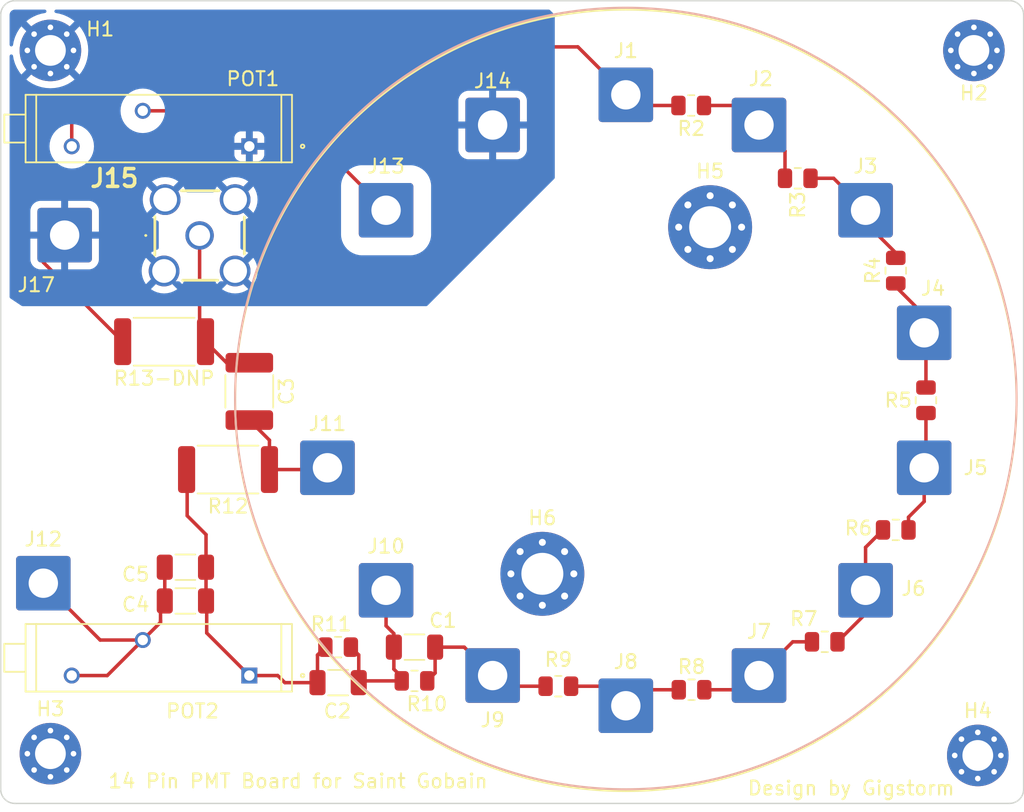
<source format=kicad_pcb>
(kicad_pcb (version 20221018) (generator pcbnew)
  (layers (0 "F.Cu" signal) (31 "B.Cu" signal) (34 "B.Paste" user) (35 "F.Paste" user) (36 "B.SilkS" user "B.Silkscreen") (37 "F.SilkS" user "F.Silkscreen") (38 "B.Mask" user) (39 "F.Mask" user) (44 "Edge.Cuts" user))
  (net 0 "")
  (net 1 "Net-(J10-Pin_1)")
  (net 2 "Net-(J9-Pin_1)")
  (net 3 "Net-(C2-Pad1)")
  (net 4 "Net-(J11-Pin_1)")
  (net 5 "Net-(J1-Pin_1)")
  (net 6 "Net-(J2-Pin_1)")
  (net 7 "Net-(J3-Pin_1)")
  (net 8 "Net-(J4-Pin_1)")
  (net 9 "Net-(J5-Pin_1)")
  (net 10 "Net-(J6-Pin_1)")
  (net 11 "Net-(J7-Pin_1)")
  (net 12 "Net-(J8-Pin_1)")
  (net 13 "GND")
  (net 14 "Net-(C3-Pad1)")
  (net 15 "Net-(J13-Pin_1)")
  (net 18 "Net-(J12-Pin_1)")
  (footprint "3006P-1-202:TRIM_3006P-1-202" (layer "F.Cu") (at 135.636 110.49 180)
    (fp_text reference "POT2" (at -3.556 -3.81) (layer "F.SilkS"))
    (fp_text value "2.0M")
    (fp_line (start -10.67 -2.415) (end -10.67 2.415) (stroke (width 0.127)) (layer "F.SilkS"))
    (fp_line (start -10.67 -2.415) (end -9.91 -2.415) (stroke (width 0.127)) (layer "F.SilkS"))
    (fp_line (start -10.67 2.415) (end -9.91 2.415) (stroke (width 0.127)) (layer "F.SilkS"))
    (fp_line (start -9.91 -2.415) (end -9.91 2.415) (stroke (width 0.127)) (layer "F.SilkS"))
    (fp_line (start -9.91 -2.415) (end 8.38 -2.415) (stroke (width 0.127)) (layer "F.SilkS"))
    (fp_line (start -9.91 2.415) (end 7.62 2.415) (stroke (width 0.127)) (layer "F.SilkS"))
    (fp_line (start 7.62 -2.414) (end 7.62 2.415) (stroke (width 0.127)) (layer "F.SilkS"))
    (fp_line (start 7.62 2.415) (end 8.38 2.415) (stroke (width 0.127)) (layer "F.SilkS"))
    (fp_line (start 8.38 -2.415) (end 8.38 -1) (stroke (width 0.127)) (layer "F.SilkS"))
    (fp_line (start 8.38 -1) (end 8.38 1) (stroke (width 0.127)) (layer "F.SilkS"))
    (fp_line (start 8.38 -1) (end 9.9 -1) (stroke (width 0.127)) (layer "F.SilkS"))
    (fp_line (start 8.38 1) (end 8.38 2.415) (stroke (width 0.127)) (layer "F.SilkS"))
    (fp_line (start 9.9 -1) (end 9.9 1) (stroke (width 0.127)) (layer "F.SilkS"))
    (fp_line (start 9.9 1) (end 8.38 1) (stroke (width 0.127)) (layer "F.SilkS"))
    (fp_circle (center -11.43 -1.27) (end -11.366756 -1.27) (stroke (width 0.127)) (fill none) (layer "F.SilkS"))
    (pad "1" thru_hole rect (at -7.62 -1.27 180) (size 1.14 1.14) (drill 0.74) (layers "*.Cu" "*.Mask") (net 3 "Net-(C2-Pad1)"))
    (pad "2" thru_hole circle (at 0 1.27 180) (size 1.14 1.14) (drill 0.74) (layers "*.Cu" "*.Mask") (net 18 "Net-(J12-Pin_1)"))
    (pad "3" thru_hole circle (at 5.08 -1.27 180) (size 1.14 1.14) (drill 0.74) (layers "*.Cu" "*.Mask") (net 18 "Net-(J12-Pin_1)"))
  )
  (footprint "Resistor_SMD:R_0805_2012Metric" (layer "F.Cu") (at 189.484 101.346)
    (fp_text reference "R6" (at -2.667 -0.127) (layer "F.SilkS"))
    (fp_text value "510K")
    (fp_line (start -0.227064 -0.735) (end 0.227064 -0.735) (stroke (width 0.12)) (layer "F.SilkS"))
    (fp_line (start -0.227064 0.735) (end 0.227064 0.735) (stroke (width 0.12)) (layer "F.SilkS"))
    (pad "1" smd roundrect (at -0.9125 0) (size 1.025 1.4) (layers "F.Cu" "F.Paste" "F.Mask") (roundrect_rratio 0.243902439) (net 10 "Net-(J6-Pin_1)"))
    (pad "2" smd roundrect (at 0.9125 0) (size 1.025 1.4) (layers "F.Cu" "F.Paste" "F.Mask") (roundrect_rratio 0.243902439) (net 9 "Net-(J5-Pin_1)"))
  )
  (footprint "Capacitor_SMD:C_1206_3216Metric" (layer "F.Cu") (at 138.684 104.013)
    (fp_text reference "C5" (at -3.556 0.508) (layer "F.SilkS"))
    (fp_text value ".033 uF 500v")
    (fp_line (start -0.711252 -0.91) (end 0.711252 -0.91) (stroke (width 0.12)) (layer "F.SilkS"))
    (fp_line (start -0.711252 0.91) (end 0.711252 0.91) (stroke (width 0.12)) (layer "F.SilkS"))
    (pad "1" smd roundrect (at -1.475 0) (size 1.15 1.8) (layers "F.Cu" "F.Paste" "F.Mask") (roundrect_rratio 0.2173913043) (net 18 "Net-(J12-Pin_1)"))
    (pad "2" smd roundrect (at 1.475 0) (size 1.15 1.8) (layers "F.Cu" "F.Paste" "F.Mask") (roundrect_rratio 0.2173913043) (net 3 "Net-(C2-Pad1)"))
  )
  (footprint "Connector_Wire:SolderWire-1.5sqmm_1x01_D1.7mm_OD3.9mm" (layer "F.Cu") (at 130.048 80.264)
    (fp_text reference "J17" (at -2.032 3.556) (layer "F.SilkS"))
    (fp_text value "GND")
    (pad "1" thru_hole roundrect (at 0 0) (size 3.9 3.9) (drill 2.1) (layers "*.Cu" "*.Mask") (roundrect_rratio 0.06410307692) (net 13 "GND"))
  )
  (footprint "Connector_Wire:SolderWire-1.5sqmm_1x01_D1.7mm_OD3.9mm" (layer "F.Cu") (at 160.655 72.39)
    (fp_text reference "J14" (at 0 -3.15) (layer "F.SilkS"))
    (fp_text value "Cathode")
    (pad "1" thru_hole roundrect (at 0 0) (size 3.9 3.9) (drill 2.1) (layers "*.Cu" "*.Mask") (roundrect_rratio 0.06410307692) (net 13 "GND"))
  )
  (footprint "MountingHole:MountingHole_2.2mm_M2_Pad_Via" (layer "F.Cu") (at 129.032 117.348)
    (fp_text reference "H3" (at 0 -3.2) (layer "F.SilkS"))
    (fp_text value "MNT3")
    (pad "1" thru_hole circle (at -1.65 0) (size 0.7 0.7) (drill 0.4) (layers "*.Cu" "*.Mask"))
    (pad "1" thru_hole circle (at -1.166726 -1.166726) (size 0.7 0.7) (drill 0.4) (layers "*.Cu" "*.Mask"))
    (pad "1" thru_hole circle (at -1.166726 1.166726) (size 0.7 0.7) (drill 0.4) (layers "*.Cu" "*.Mask"))
    (pad "1" thru_hole circle (at 0 -1.65) (size 0.7 0.7) (drill 0.4) (layers "*.Cu" "*.Mask"))
    (pad "1" thru_hole circle (at 0 0) (size 4.4 4.4) (drill 2.2) (layers "*.Cu" "*.Mask"))
    (pad "1" thru_hole circle (at 0 1.65) (size 0.7 0.7) (drill 0.4) (layers "*.Cu" "*.Mask"))
    (pad "1" thru_hole circle (at 1.166726 -1.166726) (size 0.7 0.7) (drill 0.4) (layers "*.Cu" "*.Mask"))
    (pad "1" thru_hole circle (at 1.166726 1.166726) (size 0.7 0.7) (drill 0.4) (layers "*.Cu" "*.Mask"))
    (pad "1" thru_hole circle (at 1.65 0) (size 0.7 0.7) (drill 0.4) (layers "*.Cu" "*.Mask"))
  )
  (footprint "Capacitor_SMD:C_1206_3216Metric" (layer "F.Cu") (at 138.684 106.426)
    (fp_text reference "C4" (at -3.556 0.254) (layer "F.SilkS"))
    (fp_text value ".022 uF 500v")
    (fp_line (start -0.711252 -0.91) (end 0.711252 -0.91) (stroke (width 0.12)) (layer "F.SilkS"))
    (fp_line (start -0.711252 0.91) (end 0.711252 0.91) (stroke (width 0.12)) (layer "F.SilkS"))
    (pad "1" smd roundrect (at -1.475 0) (size 1.15 1.8) (layers "F.Cu" "F.Paste" "F.Mask") (roundrect_rratio 0.2173913043) (net 18 "Net-(J12-Pin_1)"))
    (pad "2" smd roundrect (at 1.475 0) (size 1.15 1.8) (layers "F.Cu" "F.Paste" "F.Mask") (roundrect_rratio 0.2173913043) (net 3 "Net-(C2-Pad1)"))
  )
  (footprint "Resistor_SMD:R_0805_2012Metric" (layer "F.Cu") (at 191.643 92.075 90)
    (fp_text reference "R5" (at 0 -1.98025) (layer "F.SilkS"))
    (fp_text value "510K")
    (fp_line (start -0.227064 -0.735) (end 0.227064 -0.735) (stroke (width 0.12)) (layer "F.SilkS"))
    (fp_line (start -0.227064 0.735) (end 0.227064 0.735) (stroke (width 0.12)) (layer "F.SilkS"))
    (pad "1" smd roundrect (at -0.9125 0 90) (size 1.025 1.4) (layers "F.Cu" "F.Paste" "F.Mask") (roundrect_rratio 0.243902439) (net 9 "Net-(J5-Pin_1)"))
    (pad "2" smd roundrect (at 0.9125 0 90) (size 1.025 1.4) (layers "F.Cu" "F.Paste" "F.Mask") (roundrect_rratio 0.243902439) (net 8 "Net-(J4-Pin_1)"))
  )
  (footprint "Connector_Wire:SolderWire-1.5sqmm_1x01_D1.7mm_OD3.9mm" (layer "F.Cu") (at 160.655 111.76)
    (fp_text reference "J9" (at 0 3.175) (layer "F.SilkS"))
    (fp_text value "Dynode 9")
    (pad "1" thru_hole roundrect (at 0 0) (size 3.9 3.9) (drill 2.1) (layers "*.Cu" "*.Mask") (roundrect_rratio 0.06410307692) (net 2 "Net-(J9-Pin_1)"))
  )
  (footprint "MountingHole:MountingHole_2.2mm_M2_Pad_Via" (layer "F.Cu") (at 195.072 67.056)
    (fp_text reference "H2" (at 0 3.048) (layer "F.SilkS"))
    (fp_text value "MNT2")
    (pad "1" thru_hole circle (at -1.65 0) (size 0.7 0.7) (drill 0.4) (layers "*.Cu" "*.Mask"))
    (pad "1" thru_hole circle (at -1.166726 -1.166726) (size 0.7 0.7) (drill 0.4) (layers "*.Cu" "*.Mask"))
    (pad "1" thru_hole circle (at -1.166726 1.166726) (size 0.7 0.7) (drill 0.4) (layers "*.Cu" "*.Mask"))
    (pad "1" thru_hole circle (at 0 -1.65) (size 0.7 0.7) (drill 0.4) (layers "*.Cu" "*.Mask"))
    (pad "1" thru_hole circle (at 0 0) (size 4.4 4.4) (drill 2.2) (layers "*.Cu" "*.Mask"))
    (pad "1" thru_hole circle (at 0 1.65) (size 0.7 0.7) (drill 0.4) (layers "*.Cu" "*.Mask"))
    (pad "1" thru_hole circle (at 1.166726 -1.166726) (size 0.7 0.7) (drill 0.4) (layers "*.Cu" "*.Mask"))
    (pad "1" thru_hole circle (at 1.166726 1.166726) (size 0.7 0.7) (drill 0.4) (layers "*.Cu" "*.Mask"))
    (pad "1" thru_hole circle (at 1.65 0) (size 0.7 0.7) (drill 0.4) (layers "*.Cu" "*.Mask"))
  )
  (footprint "Connector_Wire:SolderWire-1.5sqmm_1x01_D1.7mm_OD3.9mm" (layer "F.Cu") (at 128.524 105.156)
    (fp_text reference "J12" (at 0 -3.15) (layer "F.SilkS"))
    (fp_text value "Pin1")
    (pad "1" thru_hole roundrect (at 0 0) (size 3.9 3.9) (drill 2.1) (layers "*.Cu" "*.Mask") (roundrect_rratio 0.06410307692) (net 18 "Net-(J12-Pin_1)"))
  )
  (footprint "MountingHole:MountingHole_3mm_Pad_Via" (layer "F.Cu") (at 164.211 104.485)
    (fp_text reference "H6" (at 0 -4) (layer "F.SilkS"))
    (fp_text value "Socket_2")
    (pad "1" thru_hole circle (at -2.25 0) (size 0.8 0.8) (drill 0.5) (layers "*.Cu" "*.Mask"))
    (pad "1" thru_hole circle (at -1.59099 -1.59099) (size 0.8 0.8) (drill 0.5) (layers "*.Cu" "*.Mask"))
    (pad "1" thru_hole circle (at -1.59099 1.59099) (size 0.8 0.8) (drill 0.5) (layers "*.Cu" "*.Mask"))
    (pad "1" thru_hole circle (at 0 -2.25) (size 0.8 0.8) (drill 0.5) (layers "*.Cu" "*.Mask"))
    (pad "1" thru_hole circle (at 0 0) (size 6 6) (drill 3) (layers "*.Cu" "*.Mask"))
    (pad "1" thru_hole circle (at 0 2.25) (size 0.8 0.8) (drill 0.5) (layers "*.Cu" "*.Mask"))
    (pad "1" thru_hole circle (at 1.59099 -1.59099) (size 0.8 0.8) (drill 0.5) (layers "*.Cu" "*.Mask"))
    (pad "1" thru_hole circle (at 1.59099 1.59099) (size 0.8 0.8) (drill 0.5) (layers "*.Cu" "*.Mask"))
    (pad "1" thru_hole circle (at 2.25 0) (size 0.8 0.8) (drill 0.5) (layers "*.Cu" "*.Mask"))
  )
  (footprint "Resistor_SMD:R_2512_6332Metric" (layer "F.Cu") (at 137.16 87.884 180)
    (fp_text reference "R13-DNP" (at 0 -2.62) (layer "F.SilkS"))
    (fp_text value "2.2M")
    (fp_line (start -2.177064 -1.71) (end 2.177064 -1.71) (stroke (width 0.12)) (layer "F.SilkS"))
    (fp_line (start -2.177064 1.71) (end 2.177064 1.71) (stroke (width 0.12)) (layer "F.SilkS"))
    (pad "1" smd roundrect (at -2.9625 0 180) (size 1.225 3.35) (layers "F.Cu" "F.Paste" "F.Mask") (roundrect_rratio 0.2040816327) (net 14 "Net-(C3-Pad1)"))
    (pad "2" smd roundrect (at 2.9625 0 180) (size 1.225 3.35) (layers "F.Cu" "F.Paste" "F.Mask") (roundrect_rratio 0.2040816327) (net 13 "GND"))
  )
  (footprint "Resistor_SMD:R_0805_2012Metric" (layer "F.Cu") (at 149.606 109.728)
    (fp_text reference "R11" (at -0.508 -1.651) (layer "F.SilkS"))
    (fp_text value "510K")
    (fp_line (start -0.227064 -0.735) (end 0.227064 -0.735) (stroke (width 0.12)) (layer "F.SilkS"))
    (fp_line (start -0.227064 0.735) (end 0.227064 0.735) (stroke (width 0.12)) (layer "F.SilkS"))
    (pad "1" smd roundrect (at -0.9125 0) (size 1.025 1.4) (layers "F.Cu" "F.Paste" "F.Mask") (roundrect_rratio 0.243902439) (net 3 "Net-(C2-Pad1)"))
    (pad "2" smd roundrect (at 0.9125 0) (size 1.025 1.4) (layers "F.Cu" "F.Paste" "F.Mask") (roundrect_rratio 0.243902439) (net 1 "Net-(J10-Pin_1)"))
  )
  (footprint "Connector_Wire:SolderWire-1.5sqmm_1x01_D1.7mm_OD3.9mm" (layer "F.Cu") (at 170.18 70.231)
    (fp_text reference "J1" (at 0 -3.15) (layer "F.SilkS"))
    (fp_text value "Dynode 1")
    (pad "1" thru_hole roundrect (at 0 0) (size 3.9 3.9) (drill 2.1) (layers "*.Cu" "*.Mask") (roundrect_rratio 0.06410307692) (net 5 "Net-(J1-Pin_1)"))
  )
  (footprint "SamacSys_Parts2:SMACONNECTOR_LPRS" (layer "F.Cu") (at 139.7 80.2894)
    (fp_text reference "J15" (at -6.096 -4.0894) (layer "F.SilkS") (effects (font (size 1.27 1.27) (thickness 0.254))))
    (fp_text value "Signal" hide)
    (fp_line (start -3.9 0) (end -3.9 0) (stroke (width 0.1)) (layer "F.SilkS"))
    (fp_line (start -3.8 0) (end -3.8 0) (stroke (width 0.1)) (layer "F.SilkS"))
    (fp_line (start -3.2 -1.3462) (end -3.2 1.397) (stroke (width 0.2)) (layer "F.SilkS"))
    (fp_line (start -1.2954 -3.2) (end 1.3716 -3.2004) (stroke (width 0.2)) (layer "F.SilkS"))
    (fp_line (start -1.2 3.2) (end 1.2954 3.2) (stroke (width 0.2)) (layer "F.SilkS"))
    (fp_line (start 3.2004 -1.3208) (end 3.2004 1.3208) (stroke (width 0.2)) (layer "F.SilkS"))
    (fp_arc (start -3.9 0) (mid -3.85 -0.05) (end -3.8 0) (stroke (width 0.1)) (layer "F.SilkS"))
    (fp_arc (start -3.8 0) (mid -3.85 0.05) (end -3.9 0) (stroke (width 0.1)) (layer "F.SilkS"))
    (pad "1" thru_hole circle (at 0 0) (size 2.032 2.032) (drill 1.5) (layers "*.Cu" "*.Mask") (net 14 "Net-(C3-Pad1)"))
    (pad "2" thru_hole circle (at -2.54 2.54) (size 2.2 2.2) (drill 1.7) (layers "*.Cu" "*.Mask") (net 13 "GND"))
    (pad "3" thru_hole circle (at 2.54 2.54) (size 2.2 2.2) (drill 1.7) (layers "*.Cu" "*.Mask") (net 13 "GND"))
    (pad "4" thru_hole circle (at 2.54 -2.5654) (size 2.2 2.2) (drill 1.7) (layers "*.Cu" "*.Mask") (net 13 "GND"))
    (pad "5" thru_hole circle (at -2.4638 -2.5654) (size 2.2 2.2) (drill 1.7) (layers "*.Cu" "*.Mask") (net 13 "GND"))
  )
  (footprint "Resistor_SMD:R_2512_6332Metric" (layer "F.Cu") (at 141.732 97.028 180)
    (fp_text reference "R12" (at 0 -2.62 180) (layer "F.SilkS"))
    (fp_text value "2.2M")
    (fp_line (start -2.177064 -1.71) (end 2.177064 -1.71) (stroke (width 0.12)) (layer "F.SilkS"))
    (fp_line (start -2.177064 1.71) (end 2.177064 1.71) (stroke (width 0.12)) (layer "F.SilkS"))
    (pad "1" smd roundrect (at -2.9625 0 180) (size 1.225 3.35) (layers "F.Cu" "F.Paste" "F.Mask") (roundrect_rratio 0.2040816327) (net 4 "Net-(J11-Pin_1)"))
    (pad "2" smd roundrect (at 2.9625 0 180) (size 1.225 3.35) (layers "F.Cu" "F.Paste" "F.Mask") (roundrect_rratio 0.2040816327) (net 3 "Net-(C2-Pad1)"))
  )
  (footprint "Capacitor_SMD:C_1812_4532Metric" (layer "F.Cu") (at 143.256 91.44 -90)
    (fp_text reference "C3" (at 0 -2.65 -90) (layer "F.SilkS"))
    (fp_text value ".001 uF 3Kv")
    (fp_line (start -1.161252 -1.71) (end 1.161252 -1.71) (stroke (width 0.12)) (layer "F.SilkS"))
    (fp_line (start -1.161252 1.71) (end 1.161252 1.71) (stroke (width 0.12)) (layer "F.SilkS"))
    (pad "1" smd roundrect (at -2.05 0 270) (size 1.4 3.4) (layers "F.Cu" "F.Paste" "F.Mask") (roundrect_rratio 0.1785707143) (net 14 "Net-(C3-Pad1)"))
    (pad "2" smd roundrect (at 2.05 0 270) (size 1.4 3.4) (layers "F.Cu" "F.Paste" "F.Mask") (roundrect_rratio 0.1785707143) (net 4 "Net-(J11-Pin_1)"))
  )
  (footprint "Connector_Wire:SolderWire-1.5sqmm_1x01_D1.7mm_OD3.9mm" (layer "F.Cu") (at 170.18 113.919)
    (fp_text reference "J8" (at 0 -3.15) (layer "F.SilkS"))
    (fp_text value "Dynode 8")
    (pad "1" thru_hole roundrect (at 0 0) (size 3.9 3.9) (drill 2.1) (layers "*.Cu" "*.Mask") (roundrect_rratio 0.06410307692) (net 12 "Net-(J8-Pin_1)"))
  )
  (footprint "MountingHole:MountingHole_3mm_Pad_Via" (layer "F.Cu") (at 176.20901 79.69599)
    (fp_text reference "H5" (at 0 -4) (layer "F.SilkS"))
    (fp_text value "Socket_1")
    (pad "1" thru_hole circle (at -2.25 0) (size 0.8 0.8) (drill 0.5) (layers "*.Cu" "*.Mask"))
    (pad "1" thru_hole circle (at -1.59099 -1.59099) (size 0.8 0.8) (drill 0.5) (layers "*.Cu" "*.Mask"))
    (pad "1" thru_hole circle (at -1.59099 1.59099) (size 0.8 0.8) (drill 0.5) (layers "*.Cu" "*.Mask"))
    (pad "1" thru_hole circle (at 0 -2.25) (size 0.8 0.8) (drill 0.5) (layers "*.Cu" "*.Mask"))
    (pad "1" thru_hole circle (at 0 0) (size 6 6) (drill 3) (layers "*.Cu" "*.Mask"))
    (pad "1" thru_hole circle (at 0 2.25) (size 0.8 0.8) (drill 0.5) (layers "*.Cu" "*.Mask"))
    (pad "1" thru_hole circle (at 1.59099 -1.59099) (size 0.8 0.8) (drill 0.5) (layers "*.Cu" "*.Mask"))
    (pad "1" thru_hole circle (at 1.59099 1.59099) (size 0.8 0.8) (drill 0.5) (layers "*.Cu" "*.Mask"))
    (pad "1" thru_hole circle (at 2.25 0) (size 0.8 0.8) (drill 0.5) (layers "*.Cu" "*.Mask"))
  )
  (footprint "Resistor_SMD:R_0805_2012Metric" (layer "F.Cu") (at 184.404 109.347)
    (fp_text reference "R7" (at -1.5005 -1.651) (layer "F.SilkS"))
    (fp_text value "510K")
    (fp_line (start -0.227064 -0.735) (end 0.227064 -0.735) (stroke (width 0.12)) (layer "F.SilkS"))
    (fp_line (start -0.227064 0.735) (end 0.227064 0.735) (stroke (width 0.12)) (layer "F.SilkS"))
    (pad "1" smd roundrect (at -0.9125 0) (size 1.025 1.4) (layers "F.Cu" "F.Paste" "F.Mask") (roundrect_rratio 0.243902439) (net 11 "Net-(J7-Pin_1)"))
    (pad "2" smd roundrect (at 0.9125 0) (size 1.025 1.4) (layers "F.Cu" "F.Paste" "F.Mask") (roundrect_rratio 0.243902439) (net 10 "Net-(J6-Pin_1)"))
  )
  (footprint "Connector_Wire:SolderWire-1.5sqmm_1x01_D1.7mm_OD3.9mm" (layer "F.Cu") (at 187.325 78.486)
    (fp_text reference "J3" (at 0 -3.15) (layer "F.SilkS"))
    (fp_text value "Dynode 3")
    (pad "1" thru_hole roundrect (at 0 0) (size 3.9 3.9) (drill 2.1) (layers "*.Cu" "*.Mask") (roundrect_rratio 0.06410307692) (net 7 "Net-(J3-Pin_1)"))
  )
  (footprint "Connector_Wire:SolderWire-1.5sqmm_1x01_D1.7mm_OD3.9mm" (layer "F.Cu") (at 191.516 96.901)
    (fp_text reference "J5" (at 3.683 0) (layer "F.SilkS"))
    (fp_text value "Dynode 5")
    (pad "1" thru_hole roundrect (at 0 0) (size 3.9 3.9) (drill 2.1) (layers "*.Cu" "*.Mask") (roundrect_rratio 0.06410307692) (net 9 "Net-(J5-Pin_1)"))
  )
  (footprint "Connector_Wire:SolderWire-1.5sqmm_1x01_D1.7mm_OD3.9mm" (layer "F.Cu") (at 191.516 87.249)
    (fp_text reference "J4" (at 0.635 -3.175) (layer "F.SilkS"))
    (fp_text value "Dynode 4")
    (pad "1" thru_hole roundrect (at 0 0) (size 3.9 3.9) (drill 2.1) (layers "*.Cu" "*.Mask") (roundrect_rratio 0.06410307692) (net 8 "Net-(J4-Pin_1)"))
  )
  (footprint "Connector_Wire:SolderWire-1.5sqmm_1x01_D1.7mm_OD3.9mm" (layer "F.Cu") (at 187.325 105.664)
    (fp_text reference "J6" (at 3.429 -0.127) (layer "F.SilkS"))
    (fp_text value "Dynode 6")
    (pad "1" thru_hole roundrect (at 0 0) (size 3.9 3.9) (drill 2.1) (layers "*.Cu" "*.Mask") (roundrect_rratio 0.06410307692) (net 10 "Net-(J6-Pin_1)"))
  )
  (footprint "Connector_Wire:SolderWire-1.5sqmm_1x01_D1.7mm_OD3.9mm" (layer "F.Cu") (at 179.705 72.39)
    (fp_text reference "J2" hide)
    (fp_text value "Dynode 2")
    (pad "1" thru_hole roundrect (at 0 0) (size 3.9 3.9) (drill 2.1) (layers "*.Cu" "*.Mask") (roundrect_rratio 0.06410307692) (net 6 "Net-(J2-Pin_1)"))
  )
  (footprint "Capacitor_SMD:C_1206_3216Metric" (layer "F.Cu") (at 155.067 109.728)
    (fp_text reference "C1" (at 2.032 -1.905) (layer "F.SilkS"))
    (fp_text value ".01 uF 1Kv")
    (fp_line (start -0.711252 -0.91) (end 0.711252 -0.91) (stroke (width 0.12)) (layer "F.SilkS"))
    (fp_line (start -0.711252 0.91) (end 0.711252 0.91) (stroke (width 0.12)) (layer "F.SilkS"))
    (pad "1" smd roundrect (at -1.475 0) (size 1.15 1.8) (layers "F.Cu" "F.Paste" "F.Mask") (roundrect_rratio 0.2173913043) (net 1 "Net-(J10-Pin_1)"))
    (pad "2" smd roundrect (at 1.475 0) (size 1.15 1.8) (layers "F.Cu" "F.Paste" "F.Mask") (roundrect_rratio 0.2173913043) (net 2 "Net-(J9-Pin_1)"))
  )
  (footprint "Capacitor_SMD:C_1206_3216Metric" (layer "F.Cu") (at 149.606 112.268)
    (fp_text reference "C2" (at -0.049 2.032) (layer "F.SilkS"))
    (fp_text value ".01 uF 1Kv")
    (fp_line (start -0.711252 -0.91) (end 0.711252 -0.91) (stroke (width 0.12)) (layer "F.SilkS"))
    (fp_line (start -0.711252 0.91) (end 0.711252 0.91) (stroke (width 0.12)) (layer "F.SilkS"))
    (pad "1" smd roundrect (at -1.475 0) (size 1.15 1.8) (layers "F.Cu" "F.Paste" "F.Mask") (roundrect_rratio 0.2173913043) (net 3 "Net-(C2-Pad1)"))
    (pad "2" smd roundrect (at 1.475 0) (size 1.15 1.8) (layers "F.Cu" "F.Paste" "F.Mask") (roundrect_rratio 0.2173913043) (net 1 "Net-(J10-Pin_1)"))
  )
  (footprint "Resistor_SMD:R_0805_2012Metric" (layer "F.Cu") (at 155.067 112.141)
    (fp_text reference "R10" (at 0.889 1.651) (layer "F.SilkS"))
    (fp_text value "510K")
    (fp_line (start -0.227064 -0.735) (end 0.227064 -0.735) (stroke (width 0.12)) (layer "F.SilkS"))
    (fp_line (start -0.227064 0.735) (end 0.227064 0.735) (stroke (width 0.12)) (layer "F.SilkS"))
    (pad "1" smd roundrect (at -0.9125 0) (size 1.025 1.4) (layers "F.Cu" "F.Paste" "F.Mask") (roundrect_rratio 0.243902439) (net 1 "Net-(J10-Pin_1)"))
    (pad "2" smd roundrect (at 0.9125 0) (size 1.025 1.4) (layers "F.Cu" "F.Paste" "F.Mask") (roundrect_rratio 0.243902439) (net 2 "Net-(J9-Pin_1)"))
  )
  (footprint "MountingHole:MountingHole_2.2mm_M2_Pad_Via" (layer "F.Cu") (at 195.349726 117.474)
    (fp_text reference "H4" (at 0 -3.2) (layer "F.SilkS"))
    (fp_text value "MNT4")
    (pad "1" thru_hole circle (at -1.65 0) (size 0.7 0.7) (drill 0.4) (layers "*.Cu" "*.Mask"))
    (pad "1" thru_hole circle (at -1.166726 -1.166726) (size 0.7 0.7) (drill 0.4) (layers "*.Cu" "*.Mask"))
    (pad "1" thru_hole circle (at -1.166726 1.166726) (size 0.7 0.7) (drill 0.4) (layers "*.Cu" "*.Mask"))
    (pad "1" thru_hole circle (at 0 -1.65) (size 0.7 0.7) (drill 0.4) (layers "*.Cu" "*.Mask"))
    (pad "1" thru_hole circle (at 0 0) (size 4.4 4.4) (drill 2.2) (layers "*.Cu" "*.Mask"))
    (pad "1" thru_hole circle (at 0 1.65) (size 0.7 0.7) (drill 0.4) (layers "*.Cu" "*.Mask"))
    (pad "1" thru_hole circle (at 1.166726 -1.166726) (size 0.7 0.7) (drill 0.4) (layers "*.Cu" "*.Mask"))
    (pad "1" thru_hole circle (at 1.166726 1.166726) (size 0.7 0.7) (drill 0.4) (layers "*.Cu" "*.Mask"))
    (pad "1" thru_hole circle (at 1.65 0) (size 0.7 0.7) (drill 0.4) (layers "*.Cu" "*.Mask"))
  )
  (footprint "Connector_Wire:SolderWire-1.5sqmm_1x01_D1.7mm_OD3.9mm" (layer "F.Cu") (at 148.844 96.901)
    (fp_text reference "J11" (at 0 -3.15) (layer "F.SilkS"))
    (fp_text value "Anode")
    (pad "1" thru_hole roundrect (at 0 0) (size 3.9 3.9) (drill 2.1) (layers "*.Cu" "*.Mask") (roundrect_rratio 0.06410307692) (net 4 "Net-(J11-Pin_1)"))
  )
  (footprint "Resistor_SMD:R_0805_2012Metric" (layer "F.Cu") (at 165.354 112.522)
    (fp_text reference "R9" (at 0 -1.905) (layer "F.SilkS"))
    (fp_text value "510K")
    (fp_line (start -0.227064 -0.735) (end 0.227064 -0.735) (stroke (width 0.12)) (layer "F.SilkS"))
    (fp_line (start -0.227064 0.735) (end 0.227064 0.735) (stroke (width 0.12)) (layer "F.SilkS"))
    (pad "1" smd roundrect (at -0.9125 0) (size 1.025 1.4) (layers "F.Cu" "F.Paste" "F.Mask") (roundrect_rratio 0.243902439) (net 2 "Net-(J9-Pin_1)"))
    (pad "2" smd roundrect (at 0.9125 0) (size 1.025 1.4) (layers "F.Cu" "F.Paste" "F.Mask") (roundrect_rratio 0.243902439) (net 12 "Net-(J8-Pin_1)"))
  )
  (footprint "3006P-1-202:TRIM_3006P-1-202" (layer "F.Cu") (at 135.636 72.644 180)
    (fp_text reference "POT1" (at -7.874 3.556) (layer "F.SilkS"))
    (fp_text value "2.0M")
    (fp_line (start -10.67 -2.415) (end -10.67 2.415) (stroke (width 0.127)) (layer "F.SilkS"))
    (fp_line (start -10.67 -2.415) (end -9.91 -2.415) (stroke (width 0.127)) (layer "F.SilkS"))
    (fp_line (start -10.67 2.415) (end -9.91 2.415) (stroke (width 0.127)) (layer "F.SilkS"))
    (fp_line (start -9.91 -2.415) (end -9.91 2.415) (stroke (width 0.127)) (layer "F.SilkS"))
    (fp_line (start -9.91 -2.415) (end 8.38 -2.415) (stroke (width 0.127)) (layer "F.SilkS"))
    (fp_line (start -9.91 2.415) (end 7.62 2.415) (stroke (width 0.127)) (layer "F.SilkS"))
    (fp_line (start 7.62 -2.414) (end 7.62 2.415) (stroke (width 0.127)) (layer "F.SilkS"))
    (fp_line (start 7.62 2.415) (end 8.38 2.415) (stroke (width 0.127)) (layer "F.SilkS"))
    (fp_line (start 8.38 -2.415) (end 8.38 -1) (stroke (width 0.127)) (layer "F.SilkS"))
    (fp_line (start 8.38 -1) (end 8.38 1) (stroke (width 0.127)) (layer "F.SilkS"))
    (fp_line (start 8.38 -1) (end 9.9 -1) (stroke (width 0.127)) (layer "F.SilkS"))
    (fp_line (start 8.38 1) (end 8.38 2.415) (stroke (width 0.127)) (layer "F.SilkS"))
    (fp_line (start 9.9 -1) (end 9.9 1) (stroke (width 0.127)) (layer "F.SilkS"))
    (fp_line (start 9.9 1) (end 8.38 1) (stroke (width 0.127)) (layer "F.SilkS"))
    (fp_circle (center -11.43 -1.27) (end -11.366756 -1.27) (stroke (width 0.127)) (fill none) (layer "F.SilkS"))
    (pad "1" thru_hole rect (at -7.62 -1.27 180) (size 1.14 1.14) (drill 0.74) (layers "*.Cu" "*.Mask") (net 13 "GND"))
    (pad "2" thru_hole circle (at 0 1.27 180) (size 1.14 1.14) (drill 0.74) (layers "*.Cu" "*.Mask") (net 15 "Net-(J13-Pin_1)") (clearance 1.016))
    (pad "3" thru_hole circle (at 5.08 -1.27 180) (size 1.14 1.14) (drill 0.74) (layers "*.Cu" "*.Mask") (net 5 "Net-(J1-Pin_1)") (clearance 1.016))
  )
  (footprint "Resistor_SMD:R_0805_2012Metric" (layer "F.Cu") (at 182.4755 76.2 180)
    (fp_text reference "R3" (at 0 -1.905 90) (layer "F.SilkS"))
    (fp_text value "510K")
    (fp_line (start -0.227064 -0.735) (end 0.227064 -0.735) (stroke (width 0.12)) (layer "F.SilkS"))
    (fp_line (start -0.227064 0.735) (end 0.227064 0.735) (stroke (width 0.12)) (layer "F.SilkS"))
    (pad "1" smd roundrect (at -0.9125 0 180) (size 1.025 1.4) (layers "F.Cu" "F.Paste" "F.Mask") (roundrect_rratio 0.243902439) (net 7 "Net-(J3-Pin_1)"))
    (pad "2" smd roundrect (at 0.9125 0 180) (size 1.025 1.4) (layers "F.Cu" "F.Paste" "F.Mask") (roundrect_rratio 0.243902439) (net 6 "Net-(J2-Pin_1)"))
  )
  (footprint "Connector_Wire:SolderWire-1.5sqmm_1x01_D1.7mm_OD3.9mm" (layer "F.Cu") (at 153.035 78.486)
    (fp_text reference "J13" (at 0 -3.15) (layer "F.SilkS"))
    (fp_text value "Focus")
    (pad "1" thru_hole roundrect (at 0 0) (size 3.9 3.9) (drill 2.1) (layers "*.Cu" "*.Mask") (roundrect_rratio 0.06410307692) (net 15 "Net-(J13-Pin_1)") (clearance 1.27))
  )
  (footprint "Connector_Wire:SolderWire-1.5sqmm_1x01_D1.7mm_OD3.9mm" (layer "F.Cu") (at 179.705 111.76)
    (fp_text reference "J7" (at 0 -3.15) (layer "F.SilkS"))
    (fp_text value "Dynode 7")
    (pad "1" thru_hole roundrect (at 0 0) (size 3.9 3.9) (drill 2.1) (layers "*.Cu" "*.Mask") (roundrect_rratio 0.06410307692) (net 11 "Net-(J7-Pin_1)"))
  )
  (footprint "Resistor_SMD:R_0805_2012Metric" (layer "F.Cu") (at 174.879 112.776)
    (fp_text reference "R8" (at 0 -1.65) (layer "F.SilkS"))
    (fp_text value "510K")
    (fp_line (start -0.227064 -0.735) (end 0.227064 -0.735) (stroke (width 0.12)) (layer "F.SilkS"))
    (fp_line (start -0.227064 0.735) (end 0.227064 0.735) (stroke (width 0.12)) (layer "F.SilkS"))
    (pad "1" smd roundrect (at -0.9125 0) (size 1.025 1.4) (layers "F.Cu" "F.Paste" "F.Mask") (roundrect_rratio 0.243902439) (net 12 "Net-(J8-Pin_1)"))
    (pad "2" smd roundrect (at 0.9125 0) (size 1.025 1.4) (layers "F.Cu" "F.Paste" "F.Mask") (roundrect_rratio 0.243902439) (net 11 "Net-(J7-Pin_1)"))
  )
  (footprint "Resistor_SMD:R_0805_2012Metric" (layer "F.Cu") (at 174.8555 70.993 180)
    (fp_text reference "R2" (at 0 -1.65) (layer "F.SilkS"))
    (fp_text value "510K")
    (fp_line (start -0.227064 -0.735) (end 0.227064 -0.735) (stroke (width 0.12)) (layer "F.SilkS"))
    (fp_line (start -0.227064 0.735) (end 0.227064 0.735) (stroke (width 0.12)) (layer "F.SilkS"))
    (pad "1" smd roundrect (at -0.9125 0 180) (size 1.025 1.4) (layers "F.Cu" "F.Paste" "F.Mask") (roundrect_rratio 0.243902439) (net 6 "Net-(J2-Pin_1)"))
    (pad "2" smd roundrect (at 0.9125 0 180) (size 1.025 1.4) (layers "F.Cu" "F.Paste" "F.Mask") (roundrect_rratio 0.243902439) (net 5 "Net-(J1-Pin_1)"))
  )
  (footprint "MountingHole:MountingHole_2.2mm_M2_Pad_Via" (layer "F.Cu") (at 129.032 67.056)
    (fp_text reference "H1" (at 3.556 -1.524) (layer "F.SilkS"))
    (fp_text value "MNT1")
    (pad "1" thru_hole circle (at -1.65 0) (size 0.7 0.7) (drill 0.4) (layers "*.Cu" "*.Mask") (net 13 "GND"))
    (pad "1" thru_hole circle (at -1.166726 -1.166726) (size 0.7 0.7) (drill 0.4) (layers "*.Cu" "*.Mask") (net 13 "GND"))
    (pad "1" thru_hole circle (at -1.166726 1.166726) (size 0.7 0.7) (drill 0.4) (layers "*.Cu" "*.Mask") (net 13 "GND"))
    (pad "1" thru_hole circle (at 0 -1.65) (size 0.7 0.7) (drill 0.4) (layers "*.Cu" "*.Mask") (net 13 "GND"))
    (pad "1" thru_hole circle (at 0 0) (size 4.4 4.4) (drill 2.2) (layers "*.Cu" "*.Mask") (net 13 "GND"))
    (pad "1" thru_hole circle (at 0 1.65) (size 0.7 0.7) (drill 0.4) (layers "*.Cu" "*.Mask") (net 13 "GND"))
    (pad "1" thru_hole circle (at 1.166726 -1.166726) (size 0.7 0.7) (drill 0.4) (layers "*.Cu" "*.Mask") (net 13 "GND"))
    (pad "1" thru_hole circle (at 1.166726 1.166726) (size 0.7 0.7) (drill 0.4) (layers "*.Cu" "*.Mask") (net 13 "GND"))
    (pad "1" thru_hole circle (at 1.65 0) (size 0.7 0.7) (drill 0.4) (layers "*.Cu" "*.Mask") (net 13 "GND"))
  )
  (footprint "Resistor_SMD:R_0805_2012Metric" (layer "F.Cu") (at 189.484 82.804 90)
    (fp_text reference "R4" (at 0 -1.65 90) (layer "F.SilkS"))
    (fp_text value "510K")
    (fp_line (start -0.227064 -0.735) (end 0.227064 -0.735) (stroke (width 0.12)) (layer "F.SilkS"))
    (fp_line (start -0.227064 0.735) (end 0.227064 0.735) (stroke (width 0.12)) (layer "F.SilkS"))
    (pad "1" smd roundrect (at -0.9125 0 90) (size 1.025 1.4) (layers "F.Cu" "F.Paste" "F.Mask") (roundrect_rratio 0.243902439) (net 8 "Net-(J4-Pin_1)"))
    (pad "2" smd roundrect (at 0.9125 0 90) (size 1.025 1.4) (layers "F.Cu" "F.Paste" "F.Mask") (roundrect_rratio 0.243902439) (net 7 "Net-(J3-Pin_1)"))
  )
  (footprint "Connector_Wire:SolderWire-1.5sqmm_1x01_D1.7mm_OD3.9mm" (layer "F.Cu") (at 153.035 105.664)
    (fp_text reference "J10" (at 0 -3.15) (layer "F.SilkS"))
    (fp_text value "Dynode 10")
    (pad "1" thru_hole roundrect (at 0 0) (size 3.9 3.9) (drill 2.1) (layers "*.Cu" "*.Mask") (roundrect_rratio 0.06410307692) (net 1 "Net-(J10-Pin_1)"))
  )
  (gr_circle (center 170.18 91.948) (end 198.12 92.456) (stroke (width 0.15)) (fill none) (layer "B.SilkS"))
  (gr_circle (center 170.18 92.075) (end 198.12 92.329) (stroke (width 0.15)) (fill none) (layer "F.SilkS"))
  (gr_line (start 125.476 64.516) (end 125.476 119.888) (stroke (width 0.1)) (layer "Edge.Cuts"))
  (gr_line (start 197.612 63.5) (end 126.492 63.5) (stroke (width 0.1)) (layer "Edge.Cuts"))
  (gr_arc (start 126.492 120.904) (mid 125.77358 120.60642) (end 125.476 119.888) (stroke (width 0.1)) (layer "Edge.Cuts"))
  (gr_arc (start 125.476 64.516) (mid 125.77358 63.79758) (end 126.492 63.5) (stroke (width 0.1)) (layer "Edge.Cuts"))
  (gr_line (start 126.492 120.904) (end 197.612 120.904) (stroke (width 0.1)) (layer "Edge.Cuts"))
  (gr_line (start 198.628 119.888) (end 198.628 64.516) (stroke (width 0.1)) (layer "Edge.Cuts"))
  (gr_arc (start 198.628 119.888) (mid 198.33042 120.60642) (end 197.612 120.904) (stroke (width 0.1)) (layer "Edge.Cuts"))
  (gr_arc (start 197.612 63.5) (mid 198.33042 63.79758) (end 198.628 64.516) (stroke (width 0.1)) (layer "Edge.Cuts"))
  (gr_text "J2" (at 179.832 69.088) (layer "F.SilkS") (effects (font (size 1 1))))
  (gr_text "14 Pin PMT Board for Saint Gobain" (at 133.096 119.888) (layer "F.SilkS") (effects (font (size 1 1)) (justify left bottom)))
  (gr_text "Design by Gigstorm" (at 178.816 120.396) (layer "F.SilkS") (effects (font (size 1 1)) (justify left bottom)))
  (segment (start 153.592 109.728) (end 153.592 108.761) (width 0.25) (layer "F.Cu") (net 1))
  (segment (start 153.592 111.301) (end 153.592 109.728) (width 0.25) (layer "F.Cu") (net 1))
  (segment (start 151.208 112.141) (end 151.081 112.268) (width 0.25) (layer "F.Cu") (net 1))
  (segment (start 153.035 108.204) (end 153.035 105.664) (width 0.25) (layer "F.Cu") (net 1))
  (segment (start 154.1545 112.141) (end 154.1545 111.8635) (width 0.25) (layer "F.Cu") (net 1))
  (segment (start 154.1545 111.8635) (end 153.592 111.301) (width 0.25) (layer "F.Cu") (net 1))
  (segment (start 151.081 110.2905) (end 150.5185 109.728) (width 0.25) (layer "F.Cu") (net 1))
  (segment (start 153.592 108.761) (end 153.035 108.204) (width 0.25) (layer "F.Cu") (net 1))
  (segment (start 151.081 112.268) (end 151.081 110.2905) (width 0.25) (layer "F.Cu") (net 1))
  (segment (start 154.1545 112.141) (end 151.208 112.141) (width 0.25) (layer "F.Cu") (net 1))
  (segment (start 156.542 109.728) (end 158.623 109.728) (width 0.25) (layer "F.Cu") (net 2))
  (segment (start 158.623 109.728) (end 160.655 111.76) (width 0.25) (layer "F.Cu") (net 2))
  (segment (start 164.4415 112.522) (end 161.417 112.522) (width 0.25) (layer "F.Cu") (net 2))
  (segment (start 155.9795 112.141) (end 156.542 111.5785) (width 0.25) (layer "F.Cu") (net 2))
  (segment (start 161.417 112.522) (end 160.655 111.76) (width 0.25) (layer "F.Cu") (net 2))
  (segment (start 156.542 111.5785) (end 156.542 109.728) (width 0.25) (layer "F.Cu") (net 2))
  (segment (start 140.208 108.712) (end 140.208 106.475) (width 0.25) (layer "F.Cu") (net 3))
  (segment (start 145.288 111.76) (end 143.256 111.76) (width 0.25) (layer "F.Cu") (net 3))
  (segment (start 140.159 101.678) (end 138.811 100.33) (width 0.25) (layer "F.Cu") (net 3))
  (segment (start 138.811 100.33) (end 138.811 97.0695) (width 0.25) (layer "F.Cu") (net 3))
  (segment (start 143.256 111.76) (end 140.208 108.712) (width 0.25) (layer "F.Cu") (net 3))
  (segment (start 140.208 106.475) (end 140.159 106.426) (width 0.25) (layer "F.Cu") (net 3))
  (segment (start 140.159 104.14) (end 140.159 101.678) (width 0.25) (layer "F.Cu") (net 3))
  (segment (start 140.159 106.426) (end 140.159 104.14) (width 0.25) (layer "F.Cu") (net 3))
  (segment (start 148.131 110.2905) (end 148.6935 109.728) (width 0.25) (layer "F.Cu") (net 3))
  (segment (start 145.796 112.268) (end 145.288 111.76) (width 0.25) (layer "F.Cu") (net 3))
  (segment (start 148.131 112.268) (end 145.796 112.268) (width 0.25) (layer "F.Cu") (net 3))
  (segment (start 138.811 97.0695) (end 138.7695 97.028) (width 0.25) (layer "F.Cu") (net 3))
  (segment (start 148.131 112.268) (end 148.131 110.2905) (width 0.25) (layer "F.Cu") (net 3))
  (segment (start 144.6945 94.9285) (end 143.256 93.49) (width 0.25) (layer "F.Cu") (net 4))
  (segment (start 148.717 97.028) (end 144.6945 97.028) (width 0.25) (layer "F.Cu") (net 4))
  (segment (start 148.844 96.901) (end 148.717 97.028) (width 0.25) (layer "F.Cu") (net 4))
  (segment (start 144.6945 97.028) (end 144.6945 94.9285) (width 0.25) (layer "F.Cu") (net 4))
  (segment (start 130.556 73.914) (end 130.556 71.374) (width 0.25) (layer "F.Cu") (net 5))
  (segment (start 135.128 66.802) (end 166.751 66.802) (width 0.25) (layer "F.Cu") (net 5))
  (segment (start 166.751 66.802) (end 170.18 70.231) (width 0.25) (layer "F.Cu") (net 5))
  (segment (start 130.556 71.374) (end 135.128 66.802) (width 0.25) (layer "F.Cu") (net 5))
  (segment (start 170.18 70.231) (end 170.942 70.993) (width 0.25) (layer "F.Cu") (net 5))
  (segment (start 170.942 70.993) (end 173.943 70.993) (width 0.25) (layer "F.Cu") (net 5))
  (segment (start 181.563 76.2) (end 181.563 74.248) (width 0.25) (layer "F.Cu") (net 6))
  (segment (start 178.308 70.993) (end 179.705 72.39) (width 0.25) (layer "F.Cu") (net 6))
  (segment (start 175.768 70.993) (end 178.308 70.993) (width 0.25) (layer "F.Cu") (net 6))
  (segment (start 181.563 74.248) (end 179.705 72.39) (width 0.25) (layer "F.Cu") (net 6))
  (segment (start 187.325 79.375) (end 187.325 78.486) (width 0.25) (layer "F.Cu") (net 7))
  (segment (start 185.039 76.2) (end 187.325 78.486) (width 0.25) (layer "F.Cu") (net 7))
  (segment (start 183.388 76.2) (end 185.039 76.2) (width 0.25) (layer "F.Cu") (net 7))
  (segment (start 189.484 81.534) (end 187.325 79.375) (width 0.25) (layer "F.Cu") (net 7))
  (segment (start 189.484 81.8915) (end 189.484 81.534) (width 0.25) (layer "F.Cu") (net 7))
  (segment (start 191.643 91.1625) (end 191.643 87.376) (width 0.25) (layer "F.Cu") (net 8))
  (segment (start 189.484 83.947) (end 191.516 85.979) (width 0.25) (layer "F.Cu") (net 8))
  (segment (start 189.484 83.7165) (end 189.484 83.947) (width 0.25) (layer "F.Cu") (net 8))
  (segment (start 191.516 85.979) (end 191.516 87.249) (width 0.25) (layer "F.Cu") (net 8))
  (segment (start 191.643 87.376) (end 191.516 87.249) (width 0.25) (layer "F.Cu") (net 8))
  (segment (start 191.643 92.9875) (end 191.643 96.774) (width 0.25) (layer "F.Cu") (net 9))
  (segment (start 191.516 99.314) (end 191.516 96.901) (width 0.25) (layer "F.Cu") (net 9))
  (segment (start 190.3965 101.346) (end 190.3965 100.4335) (width 0.25) (layer "F.Cu") (net 9))
  (segment (start 191.643 96.774) (end 191.516 96.901) (width 0.25) (layer "F.Cu") (net 9))
  (segment (start 190.3965 100.4335) (end 191.516 99.314) (width 0.25) (layer "F.Cu") (net 9))
  (segment (start 187.325 107.3385) (end 187.325 105.664) (width 0.25) (layer "F.Cu") (net 10))
  (segment (start 185.3165 109.347) (end 187.325 107.3385) (width 0.25) (layer "F.Cu") (net 10))
  (segment (start 188.5715 101.346) (end 187.325 102.5925) (width 0.25) (layer "F.Cu") (net 10))
  (segment (start 187.325 102.5925) (end 187.325 105.664) (width 0.25) (layer "F.Cu") (net 10))
  (segment (start 175.7915 112.776) (end 178.689 112.776) (width 0.25) (layer "F.Cu") (net 11))
  (segment (start 182.118 109.347) (end 179.705 111.76) (width 0.25) (layer "F.Cu") (net 11))
  (segment (start 178.689 112.776) (end 179.705 111.76) (width 0.25) (layer "F.Cu") (net 11))
  (segment (start 183.4915 109.347) (end 182.118 109.347) (width 0.25) (layer "F.Cu") (net 11))
  (segment (start 171.323 112.776) (end 170.18 113.919) (width 0.25) (layer "F.Cu") (net 12))
  (segment (start 170.18 113.919) (end 168.783 112.522) (width 0.25) (layer "F.Cu") (net 12))
  (segment (start 168.783 112.522) (end 166.2665 112.522) (width 0.25) (layer "F.Cu") (net 12))
  (segment (start 173.9665 112.776) (end 171.323 112.776) (width 0.25) (layer "F.Cu") (net 12))
  (segment (start 128.524 82.2105) (end 134.1975 87.884) (width 0.25) (layer "F.Cu") (net 13))
  (segment (start 128.524 80.264) (end 128.524 82.2105) (width 0.25) (layer "F.Cu") (net 13))
  (segment (start 139.7 87.4615) (end 139.7 80.2894) (width 0.25) (layer "F.Cu") (net 14))
  (segment (start 140.1225 87.884) (end 139.7 87.4615) (width 0.25) (layer "F.Cu") (net 14))
  (segment (start 141.6285 89.39) (end 143.256 89.39) (width 0.25) (layer "F.Cu") (net 14))
  (segment (start 140.1225 87.884) (end 141.6285 89.39) (width 0.25) (layer "F.Cu") (net 14))
  (segment (start 145.923 71.374) (end 153.035 78.486) (width 0.25) (layer "F.Cu") (net 15))
  (segment (start 135.636 71.374) (end 145.923 71.374) (width 0.25) (layer "F.Cu") (net 15))
  (segment (start 130.556 111.76) (end 133.096 111.76) (width 0.25) (layer "F.Cu") (net 18))
  (segment (start 132.588 109.22) (end 135.636 109.22) (width 0.25) (layer "F.Cu") (net 18))
  (segment (start 128.524 105.156) (end 132.588 109.22) (width 0.25) (layer "F.Cu") (net 18))
  (segment (start 133.096 111.76) (end 135.636 109.22) (width 0.25) (layer "F.Cu") (net 18))
  (segment (start 136.906 106.729) (end 136.906 107.823) (width 0.25) (layer "F.Cu") (net 18))
  (segment (start 136.906 107.95) (end 136.906 107.823) (width 0.25) (layer "F.Cu") (net 18))
  (segment (start 135.636 109.22) (end 136.906 107.95) (width 0.25) (layer "F.Cu") (net 18))
  (segment (start 137.209 106.426) (end 136.906 106.729) (width 0.25) (layer "F.Cu") (net 18))
  (segment (start 137.209 104.14) (end 137.209 106.426) (width 0.25) (layer "F.Cu") (net 18))
  (zone (net 0) (net_name "") (layer "B.Cu") (name "KO") (connect_pads (clearance 0)) (min_thickness 0.25)
    (keepout (tracks allowed) (vias allowed) (pads allowed) (copperpour not_allowed) (footprints allowed))
    (fill (thermal_gap 0.5) (thermal_bridge_width 0.5))
    (polygon (pts (xy 136.779 77.216) (xy 142.621 77.216) (xy 142.621 83.566) (xy 136.779 83.566)))
  )
  (zone (net 13) (net_name "GND") (layer "B.Cu") (connect_pads (clearance 0)) (min_thickness 0.25) (fill yes (thermal_gap 0.5) (thermal_bridge_width 0.5))
    (polygon (pts (xy 125.476 63.5) (xy 125.476 84.328) (xy 127 85.344) (xy 155.956 85.344) (xy 165.1 76.2) (xy 165.1 64.516) (xy 164.084 63.5)))
  )
)
</source>
